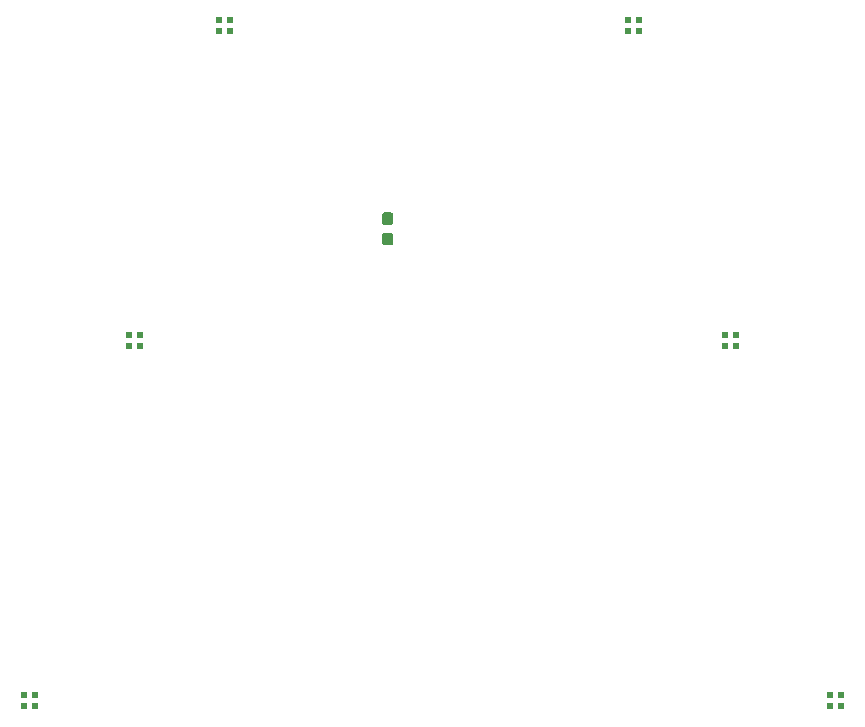
<source format=gbr>
G04 #@! TF.GenerationSoftware,KiCad,Pcbnew,(5.0.2)-1*
G04 #@! TF.CreationDate,2020-06-10T19:39:01-05:00*
G04 #@! TF.ProjectId,Top_Hardware,546f705f-4861-4726-9477-6172652e6b69,rev?*
G04 #@! TF.SameCoordinates,Original*
G04 #@! TF.FileFunction,Paste,Top*
G04 #@! TF.FilePolarity,Positive*
%FSLAX46Y46*%
G04 Gerber Fmt 4.6, Leading zero omitted, Abs format (unit mm)*
G04 Created by KiCad (PCBNEW (5.0.2)-1) date 6/10/2020 7:39:01 PM*
%MOMM*%
%LPD*%
G01*
G04 APERTURE LIST*
%ADD10C,0.100000*%
%ADD11C,0.950000*%
%ADD12R,0.550000X0.550000*%
G04 APERTURE END LIST*
D10*
G04 #@! TO.C,C1*
G36*
X138690779Y-85328144D02*
X138713834Y-85331563D01*
X138736443Y-85337227D01*
X138758387Y-85345079D01*
X138779457Y-85355044D01*
X138799448Y-85367026D01*
X138818168Y-85380910D01*
X138835438Y-85396562D01*
X138851090Y-85413832D01*
X138864974Y-85432552D01*
X138876956Y-85452543D01*
X138886921Y-85473613D01*
X138894773Y-85495557D01*
X138900437Y-85518166D01*
X138903856Y-85541221D01*
X138905000Y-85564500D01*
X138905000Y-86139500D01*
X138903856Y-86162779D01*
X138900437Y-86185834D01*
X138894773Y-86208443D01*
X138886921Y-86230387D01*
X138876956Y-86251457D01*
X138864974Y-86271448D01*
X138851090Y-86290168D01*
X138835438Y-86307438D01*
X138818168Y-86323090D01*
X138799448Y-86336974D01*
X138779457Y-86348956D01*
X138758387Y-86358921D01*
X138736443Y-86366773D01*
X138713834Y-86372437D01*
X138690779Y-86375856D01*
X138667500Y-86377000D01*
X138192500Y-86377000D01*
X138169221Y-86375856D01*
X138146166Y-86372437D01*
X138123557Y-86366773D01*
X138101613Y-86358921D01*
X138080543Y-86348956D01*
X138060552Y-86336974D01*
X138041832Y-86323090D01*
X138024562Y-86307438D01*
X138008910Y-86290168D01*
X137995026Y-86271448D01*
X137983044Y-86251457D01*
X137973079Y-86230387D01*
X137965227Y-86208443D01*
X137959563Y-86185834D01*
X137956144Y-86162779D01*
X137955000Y-86139500D01*
X137955000Y-85564500D01*
X137956144Y-85541221D01*
X137959563Y-85518166D01*
X137965227Y-85495557D01*
X137973079Y-85473613D01*
X137983044Y-85452543D01*
X137995026Y-85432552D01*
X138008910Y-85413832D01*
X138024562Y-85396562D01*
X138041832Y-85380910D01*
X138060552Y-85367026D01*
X138080543Y-85355044D01*
X138101613Y-85345079D01*
X138123557Y-85337227D01*
X138146166Y-85331563D01*
X138169221Y-85328144D01*
X138192500Y-85327000D01*
X138667500Y-85327000D01*
X138690779Y-85328144D01*
X138690779Y-85328144D01*
G37*
D11*
X138430000Y-85852000D03*
D10*
G36*
X138690779Y-83578144D02*
X138713834Y-83581563D01*
X138736443Y-83587227D01*
X138758387Y-83595079D01*
X138779457Y-83605044D01*
X138799448Y-83617026D01*
X138818168Y-83630910D01*
X138835438Y-83646562D01*
X138851090Y-83663832D01*
X138864974Y-83682552D01*
X138876956Y-83702543D01*
X138886921Y-83723613D01*
X138894773Y-83745557D01*
X138900437Y-83768166D01*
X138903856Y-83791221D01*
X138905000Y-83814500D01*
X138905000Y-84389500D01*
X138903856Y-84412779D01*
X138900437Y-84435834D01*
X138894773Y-84458443D01*
X138886921Y-84480387D01*
X138876956Y-84501457D01*
X138864974Y-84521448D01*
X138851090Y-84540168D01*
X138835438Y-84557438D01*
X138818168Y-84573090D01*
X138799448Y-84586974D01*
X138779457Y-84598956D01*
X138758387Y-84608921D01*
X138736443Y-84616773D01*
X138713834Y-84622437D01*
X138690779Y-84625856D01*
X138667500Y-84627000D01*
X138192500Y-84627000D01*
X138169221Y-84625856D01*
X138146166Y-84622437D01*
X138123557Y-84616773D01*
X138101613Y-84608921D01*
X138080543Y-84598956D01*
X138060552Y-84586974D01*
X138041832Y-84573090D01*
X138024562Y-84557438D01*
X138008910Y-84540168D01*
X137995026Y-84521448D01*
X137983044Y-84501457D01*
X137973079Y-84480387D01*
X137965227Y-84458443D01*
X137959563Y-84435834D01*
X137956144Y-84412779D01*
X137955000Y-84389500D01*
X137955000Y-83814500D01*
X137956144Y-83791221D01*
X137959563Y-83768166D01*
X137965227Y-83745557D01*
X137973079Y-83723613D01*
X137983044Y-83702543D01*
X137995026Y-83682552D01*
X138008910Y-83663832D01*
X138024562Y-83646562D01*
X138041832Y-83630910D01*
X138060552Y-83617026D01*
X138080543Y-83605044D01*
X138101613Y-83595079D01*
X138123557Y-83587227D01*
X138146166Y-83581563D01*
X138169221Y-83578144D01*
X138192500Y-83577000D01*
X138667500Y-83577000D01*
X138690779Y-83578144D01*
X138690779Y-83578144D01*
G37*
D11*
X138430000Y-84102000D03*
G04 #@! TD*
D12*
G04 #@! TO.C,D1*
X107635000Y-125410000D03*
X107635000Y-124460000D03*
X108585000Y-125410000D03*
X108585000Y-124460000D03*
G04 #@! TD*
G04 #@! TO.C,D3*
X116525000Y-94930000D03*
X116525000Y-93980000D03*
X117475000Y-94930000D03*
X117475000Y-93980000D03*
G04 #@! TD*
G04 #@! TO.C,D5*
X124145000Y-68260000D03*
X124145000Y-67310000D03*
X125095000Y-68260000D03*
X125095000Y-67310000D03*
G04 #@! TD*
G04 #@! TO.C,D7*
X159700000Y-68260000D03*
X158750000Y-68260000D03*
X159700000Y-67310000D03*
X158750000Y-67310000D03*
G04 #@! TD*
G04 #@! TO.C,D9*
X167955000Y-94930000D03*
X167005000Y-94930000D03*
X167955000Y-93980000D03*
X167005000Y-93980000D03*
G04 #@! TD*
G04 #@! TO.C,D11*
X176845000Y-125410000D03*
X175895000Y-125410000D03*
X176845000Y-124460000D03*
X175895000Y-124460000D03*
G04 #@! TD*
M02*

</source>
